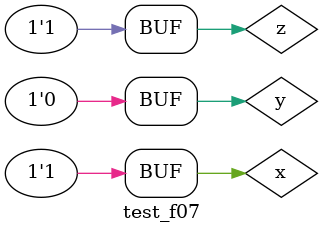
<source format=v>
/*
    -identificação: 

Guia_0607 - 07 / 09 / 2024

Nome: Davi Cândido de Almeida
Matricula: 857859
Código de Pessoa: 1527368

*/

// ----------- Expressão completa-------------- // 
module f07a ( output s, input X, input Y, input Z );
    // definir dado local

     assign s = ( X | ~Y | Z ) & (~X | Y | Z) & ( X | ~Y | Z ) ;

endmodule 

// ----------- Expressão simplificada pelo mapa de Veitch-Karnaugh-------------- // 
module sf07a ( output s, input X, input Y, input Z );
    // definir dado local

  assign s =  Z | (( X ~^ Y ));
endmodule 


module test_f07;
// ------------------------- definir dados
    reg x;
    reg y;
    reg z;

 wire a;
 f07a moduloA ( a, x, y, z );
 sf07a moduloSA ( aS, x, y, z );
 
// ------------------------- parte principal
 initial
 begin : main
    $display("Guia_0607 - Davi Cândido - 857859");
    $display("Test module");
    $display("   x    y    z    a    Sa  ");
    // projetar testes do modulo
    $monitor("%4b %4b %4b %4b %4b", x, y, z, a, aS);
    x = 1'b0; y = 1'b0; z = 1'b0;
    #1 x = 1'b0; y = 1'b0; z = 1'b1;
    #1 x = 1'b0; y = 1'b1; z = 1'b0;
    #1 x = 1'b0; y = 1'b1; z = 1'b1;
    #1 x = 1'b1; y = 1'b1; z = 1'b1;
    #1 x = 1'b1; y = 1'b1; z = 1'b0;
    #1 x = 1'b1; y = 1'b0; z = 1'b0;
    #1 x = 1'b1; y = 1'b0; z = 1'b1;
 end
endmodule

/*
Guia_0607 - Davi Cândido - 857859
Test module
   x    y    z    a    Sa  
   0    0    0    1    1
   0    0    1    1    1
   0    1    0    0    0
   0    1    1    1    1
   1    1    1    1    1
   1    1    0    1    1
   1    0    0    0    0
   1    0    1    1    1
*/

/*
    -Notas:

Para compilar: iverilog -o Guia_0607.vvp Guia_0607.v
Para executar: vvp Guia_0607.vvp
*/


</source>
